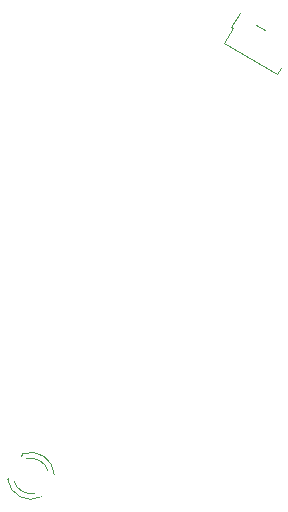
<source format=gbr>
%TF.GenerationSoftware,KiCad,Pcbnew,8.0.2*%
%TF.CreationDate,2024-12-22T14:20:03+01:00*%
%TF.ProjectId,_4mm_sleeper_w_IR,5f346d6d-5f73-46c6-9565-7065725f775f,rev?*%
%TF.SameCoordinates,Original*%
%TF.FileFunction,Legend,Top*%
%TF.FilePolarity,Positive*%
%FSLAX46Y46*%
G04 Gerber Fmt 4.6, Leading zero omitted, Abs format (unit mm)*
G04 Created by KiCad (PCBNEW 8.0.2) date 2024-12-22 14:20:03*
%MOMM*%
%LPD*%
G01*
G04 APERTURE LIST*
G04 Aperture macros list*
%AMRoundRect*
0 Rectangle with rounded corners*
0 $1 Rounding radius*
0 $2 $3 $4 $5 $6 $7 $8 $9 X,Y pos of 4 corners*
0 Add a 4 corners polygon primitive as box body*
4,1,4,$2,$3,$4,$5,$6,$7,$8,$9,$2,$3,0*
0 Add four circle primitives for the rounded corners*
1,1,$1+$1,$2,$3*
1,1,$1+$1,$4,$5*
1,1,$1+$1,$6,$7*
1,1,$1+$1,$8,$9*
0 Add four rect primitives between the rounded corners*
20,1,$1+$1,$2,$3,$4,$5,0*
20,1,$1+$1,$4,$5,$6,$7,0*
20,1,$1+$1,$6,$7,$8,$9,0*
20,1,$1+$1,$8,$9,$2,$3,0*%
%AMRotRect*
0 Rectangle, with rotation*
0 The origin of the aperture is its center*
0 $1 length*
0 $2 width*
0 $3 Rotation angle, in degrees counterclockwise*
0 Add horizontal line*
21,1,$1,$2,0,0,$3*%
G04 Aperture macros list end*
%ADD10C,0.120000*%
%ADD11RoundRect,0.249600X-0.478655X-0.128255X0.128255X-0.478655X0.478655X0.128255X-0.128255X0.478655X0*%
%ADD12C,1.200000*%
%ADD13RotRect,1.800000X1.800000X330.000000*%
%ADD14C,1.800000*%
G04 APERTURE END LIST*
D10*
%TO.C,U101*%
X127266674Y-79793340D02*
X128026674Y-78476982D01*
X127266674Y-79793340D02*
X131770006Y-82393341D01*
X127879450Y-78391982D02*
X128026674Y-78476982D01*
X127879450Y-78391982D02*
X128574450Y-77188206D01*
X130743436Y-78671412D02*
X129981334Y-78231412D01*
X131770006Y-82393341D02*
X132050006Y-81908366D01*
%TO.C,D101*%
X109015207Y-116554423D02*
X108937206Y-116689524D01*
X110173206Y-114548709D02*
X110095206Y-114683809D01*
X110172965Y-114549127D02*
G75*
G02*
X112893795Y-116301181I733241J-1849989D01*
G01*
X110544707Y-114943329D02*
G75*
G02*
X112347769Y-115984515I361499J-1455787D01*
G01*
X111267933Y-117854849D02*
G75*
G02*
X109464708Y-116813942I-361728J1455728D01*
G01*
X111815187Y-118169385D02*
G75*
G02*
X108937449Y-116689105I-908981J1770269D01*
G01*
%TD*%
%LPC*%
D11*
%TO.C,U101*%
X129057892Y-78090860D03*
D12*
X129522744Y-79825712D03*
X131257597Y-79360860D03*
X131722448Y-81095712D03*
%TD*%
D13*
%TO.C,D101*%
X109806354Y-115764116D03*
D14*
X112006059Y-117034116D03*
%TD*%
G36*
X132844603Y-106319685D02*
G01*
X132890358Y-106372489D01*
X132901564Y-106424029D01*
X132901148Y-108176029D01*
X132881448Y-108243064D01*
X132828633Y-108288807D01*
X132777148Y-108300000D01*
X121324000Y-108300000D01*
X121256961Y-108280315D01*
X121211206Y-108227511D01*
X121200000Y-108176000D01*
X121200000Y-106424000D01*
X121219685Y-106356961D01*
X121272489Y-106311206D01*
X121324000Y-106300000D01*
X132777564Y-106300000D01*
X132844603Y-106319685D01*
G37*
G36*
X119743039Y-87819685D02*
G01*
X119788794Y-87872489D01*
X119800000Y-87924000D01*
X119800000Y-89676000D01*
X119780315Y-89743039D01*
X119727511Y-89788794D01*
X119676000Y-89800000D01*
X108224000Y-89800000D01*
X108156961Y-89780315D01*
X108111206Y-89727511D01*
X108100000Y-89676000D01*
X108100000Y-87924000D01*
X108119685Y-87856961D01*
X108172489Y-87811206D01*
X108224000Y-87800000D01*
X119676000Y-87800000D01*
X119743039Y-87819685D01*
G37*
G36*
X119743039Y-106319685D02*
G01*
X119788794Y-106372489D01*
X119800000Y-106424000D01*
X119800000Y-108176000D01*
X119780315Y-108243039D01*
X119727511Y-108288794D01*
X119676000Y-108300000D01*
X108224000Y-108300000D01*
X108156961Y-108280315D01*
X108111206Y-108227511D01*
X108100000Y-108176000D01*
X108100000Y-106424000D01*
X108119685Y-106356961D01*
X108172489Y-106311206D01*
X108224000Y-106300000D01*
X119676000Y-106300000D01*
X119743039Y-106319685D01*
G37*
G36*
X132849005Y-87819685D02*
G01*
X132894760Y-87872489D01*
X132905966Y-87924029D01*
X132905550Y-89676029D01*
X132885850Y-89743064D01*
X132833035Y-89788807D01*
X132781550Y-89800000D01*
X121324000Y-89800000D01*
X121256961Y-89780315D01*
X121211206Y-89727511D01*
X121200000Y-89676000D01*
X121200000Y-87924000D01*
X121219685Y-87856961D01*
X121272489Y-87811206D01*
X121324000Y-87800000D01*
X132781966Y-87800000D01*
X132849005Y-87819685D01*
G37*
%LPD*%
M02*

</source>
